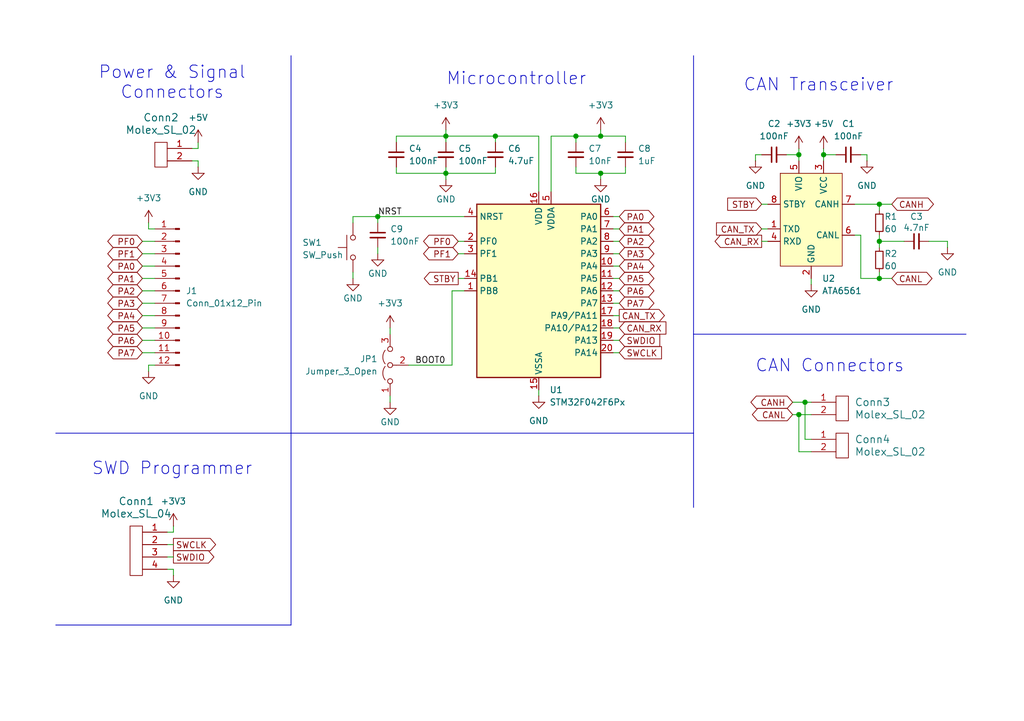
<source format=kicad_sch>
(kicad_sch (version 20231120) (generator "eeschema") (generator_version "8.0")
  (paper "A5")
  (lib_symbols
    (symbol "Connector:Conn_01x12_Pin" (pin_names (offset 1.016) hide)
      (property "Reference" "J" (at 0 15.24 0))
      (property "Value" "Conn_01x12_Pin" (at 0 -17.78 0))
      (symbol "Conn_01x12_Pin_1_1"
        (polyline (pts (xy 1.27 -15.24) (xy 0.8636 -15.24)) (stroke (width 0.1524)))
        (polyline (pts (xy 1.27 -12.7) (xy 0.8636 -12.7)) (stroke (width 0.1524)))
        (polyline (pts (xy 1.27 -10.16) (xy 0.8636 -10.16)) (stroke (width 0.1524)))
        (polyline (pts (xy 1.27 -7.62) (xy 0.8636 -7.62)) (stroke (width 0.1524)))
        (polyline (pts (xy 1.27 -5.08) (xy 0.8636 -5.08)) (stroke (width 0.1524)))
        (polyline (pts (xy 1.27 -2.54) (xy 0.8636 -2.54)) (stroke (width 0.1524)))
        (polyline (pts (xy 1.27 0) (xy 0.8636 0)) (stroke (width 0.1524)))
        (polyline (pts (xy 1.27 2.54) (xy 0.8636 2.54)) (stroke (width 0.1524)))
        (polyline (pts (xy 1.27 5.08) (xy 0.8636 5.08)) (stroke (width 0.1524)))
        (polyline (pts (xy 1.27 7.62) (xy 0.8636 7.62)) (stroke (width 0.1524)))
        (polyline (pts (xy 1.27 10.16) (xy 0.8636 10.16)) (stroke (width 0.1524)))
        (polyline (pts (xy 1.27 12.7) (xy 0.8636 12.7)) (stroke (width 0.1524)))
        (rectangle (start 0.8636 -15.113) (end 0 -15.367) (stroke (width 0.1524)) (fill (type outline)))
        (rectangle (start 0.8636 -12.573) (end 0 -12.827) (stroke (width 0.1524)) (fill (type outline)))
        (rectangle (start 0.8636 -10.033) (end 0 -10.287) (stroke (width 0.1524)) (fill (type outline)))
        (rectangle (start 0.8636 -7.493) (end 0 -7.747) (stroke (width 0.1524)) (fill (type outline)))
        (rectangle (start 0.8636 -4.953) (end 0 -5.207) (stroke (width 0.1524)) (fill (type outline)))
        (rectangle (start 0.8636 -2.413) (end 0 -2.667) (stroke (width 0.1524)) (fill (type outline)))
        (rectangle (start 0.8636 0.127) (end 0 -0.127) (stroke (width 0.1524)) (fill (type outline)))
        (rectangle (start 0.8636 2.667) (end 0 2.413) (stroke (width 0.1524)) (fill (type outline)))
        (rectangle (start 0.8636 5.207) (end 0 4.953) (stroke (width 0.1524)) (fill (type outline)))
        (rectangle (start 0.8636 7.747) (end 0 7.493) (stroke (width 0.1524)) (fill (type outline)))
        (rectangle (start 0.8636 10.287) (end 0 10.033) (stroke (width 0.1524)) (fill (type outline)))
        (rectangle (start 0.8636 12.827) (end 0 12.573) (stroke (width 0.1524)) (fill (type outline)))
        (pin passive line (at 5.08 12.7 180) (length 3.81) (name "Pin_1") (number "1"))
        (pin passive line (at 5.08 -10.16 180) (length 3.81) (name "Pin_10") (number "10"))
        (pin passive line (at 5.08 -12.7 180) (length 3.81) (name "Pin_11") (number "11"))
        (pin passive line (at 5.08 -15.24 180) (length 3.81) (name "Pin_12") (number "12"))
        (pin passive line (at 5.08 10.16 180) (length 3.81) (name "Pin_2") (number "2"))
        (pin passive line (at 5.08 7.62 180) (length 3.81) (name "Pin_3") (number "3"))
        (pin passive line (at 5.08 5.08 180) (length 3.81) (name "Pin_4") (number "4"))
        (pin passive line (at 5.08 2.54 180) (length 3.81) (name "Pin_5") (number "5"))
        (pin passive line (at 5.08 0 180) (length 3.81) (name "Pin_6") (number "6"))
        (pin passive line (at 5.08 -2.54 180) (length 3.81) (name "Pin_7") (number "7"))
        (pin passive line (at 5.08 -5.08 180) (length 3.81) (name "Pin_8") (number "8"))
        (pin passive line (at 5.08 -7.62 180) (length 3.81) (name "Pin_9") (number "9"))
      )
    )
    (symbol "Device:C_Small" (pin_numbers hide) (pin_names (offset 0.254) hide)
      (property "Reference" "C" (at 0.254 1.778 0))
      (property "Value" "C_Small" (at 0.254 -2.032 0))
      (symbol "C_Small_0_1"
        (polyline (pts (xy -1.524 -0.508) (xy 1.524 -0.508)) (stroke (width 0.3302)))
        (polyline (pts (xy -1.524 0.508) (xy 1.524 0.508)) (stroke (width 0.3048)))
      )
      (symbol "C_Small_1_1"
        (pin passive line (at 0 2.54 270) (length 2.032) (name "~") (number "1"))
        (pin passive line (at 0 -2.54 90) (length 2.032) (name "~") (number "2"))
      )
    )
    (symbol "Device:R_Small" (pin_numbers hide) (pin_names (offset 0.254) hide)
      (property "Reference" "R" (at 0.762 0.508 0))
      (property "Value" "R_Small" (at 0.762 -1.016 0))
      (symbol "R_Small_0_1"
        (rectangle (start -0.762 1.778) (end 0.762 -1.778) (stroke (width 0.2032)))
      )
      (symbol "R_Small_1_1"
        (pin passive line (at 0 2.54 270) (length 0.762) (name "~") (number "1"))
        (pin passive line (at 0 -2.54 90) (length 0.762) (name "~") (number "2"))
      )
    )
    (symbol "Jumper:Jumper_3_Open" (pin_names (offset 0) hide) (exclude_from_sim yes) (in_bom no)
      (property "Reference" "JP" (at -2.54 -2.54 0))
      (property "Value" "Jumper_3_Open" (at 0 2.794 0))
      (symbol "Jumper_3_Open_0_0"
        (circle (center -3.302 0) (radius 0.508))
        (circle (center 0 0) (radius 0.508))
        (circle (center 3.302 0) (radius 0.508))
      )
      (symbol "Jumper_3_Open_0_1"
        (arc (start -0.254 1.016) (mid -1.651 1.4992) (end -3.048 1.016))
        (polyline (pts (xy 0 -0.508) (xy 0 -1.27)))
        (arc (start 3.048 1.016) (mid 1.651 1.4992) (end 0.254 1.016))
      )
      (symbol "Jumper_3_Open_1_1"
        (pin passive line (at -6.35 0 0) (length 2.54) (name "A") (number "1"))
        (pin passive line (at 0 -3.81 90) (length 2.54) (name "C") (number "2"))
        (pin passive line (at 6.35 0 180) (length 2.54) (name "B") (number "3"))
      )
    )
    (symbol "MCU_ST_STM32F0:STM32F042F6Px"
      (property "Reference" "U" (at -12.7 19.05 0))
      (property "Value" "STM32F042F6Px" (at 5.08 19.05 0))
      (symbol "STM32F042F6Px_0_1"
        (rectangle (start -12.7 -17.78) (end 12.7 17.78) (stroke (width 0.254)) (fill (type background)))
      )
      (symbol "STM32F042F6Px_1_1"
        (pin bidirectional line (at -15.24 0 0) (length 2.54) (name "PB8") (number "1"))
        (pin bidirectional line (at 15.24 5.08 180) (length 2.54) (name "PA4") (number "10"))
        (pin bidirectional line (at 15.24 2.54 180) (length 2.54) (name "PA5") (number "11"))
        (pin bidirectional line (at 15.24 0 180) (length 2.54) (name "PA6") (number "12"))
        (pin bidirectional line (at 15.24 -2.54 180) (length 2.54) (name "PA7") (number "13"))
        (pin bidirectional line (at -15.24 2.54 0) (length 2.54) (name "PB1") (number "14"))
        (pin power_in line (at 0 -20.32 90) (length 2.54) (name "VSSA") (number "15"))
        (pin power_in line (at 0 20.32 270) (length 2.54) (name "VDD") (number "16"))
        (pin bidirectional line (at 15.24 -5.08 180) (length 2.54) (name "PA9/PA11") (number "17"))
        (pin bidirectional line (at 15.24 -7.62 180) (length 2.54) (name "PA10/PA12") (number "18"))
        (pin bidirectional line (at 15.24 -10.16 180) (length 2.54) (name "PA13") (number "19"))
        (pin bidirectional line (at -15.24 10.16 0) (length 2.54) (name "PF0") (number "2"))
        (pin bidirectional line (at 15.24 -12.7 180) (length 2.54) (name "PA14") (number "20"))
        (pin bidirectional line (at -15.24 7.62 0) (length 2.54) (name "PF1") (number "3"))
        (pin input line (at -15.24 15.24 0) (length 2.54) (name "NRST") (number "4"))
        (pin power_in line (at 2.54 20.32 270) (length 2.54) (name "VDDA") (number "5"))
        (pin bidirectional line (at 15.24 15.24 180) (length 2.54) (name "PA0") (number "6"))
        (pin bidirectional line (at 15.24 12.7 180) (length 2.54) (name "PA1") (number "7"))
        (pin bidirectional line (at 15.24 10.16 180) (length 2.54) (name "PA2") (number "8"))
        (pin bidirectional line (at 15.24 7.62 180) (length 2.54) (name "PA3") (number "9"))
      )
    )
    (symbol "MRDT_Connectors:Molex_SL_02" (pin_names (offset 1.016))
      (property "Reference" "Conn" (at 3.81 -1.27 0))
      (property "Value" "Molex_SL_02" (at 1.27 6.35 0))
      (symbol "Molex_SL_02_0_1"
        (rectangle (start 0 5.08) (end 2.54 0))
      )
      (symbol "Molex_SL_02_1_1"
        (pin input line (at -5.08 3.81 0) (length 5.08) (name "~") (number "1"))
        (pin input line (at -5.08 1.27 0) (length 5.08) (name "~") (number "2"))
      )
    )
    (symbol "MRDT_Connectors:Molex_SL_04" (pin_names (offset 1.016))
      (property "Reference" "Conn" (at 3.81 -1.27 0))
      (property "Value" "Molex_SL_04" (at 1.27 11.43 0))
      (symbol "Molex_SL_04_0_1"
        (rectangle (start 0 10.16) (end 2.54 0))
      )
      (symbol "Molex_SL_04_1_1"
        (pin input line (at -5.08 8.89 0) (length 5.08) (name "~") (number "1"))
        (pin input line (at -5.08 6.35 0) (length 5.08) (name "~") (number "2"))
        (pin input line (at -5.08 3.81 0) (length 5.08) (name "~") (number "3"))
        (pin input line (at -5.08 1.27 0) (length 5.08) (name "~") (number "4"))
      )
    )
    (symbol "MRDT_Devices:ATA6561"
      (property "Reference" "U" (at 6.096 -10.16 0))
      (property "Value" "ATA6561" (at 6.35 -12.446 0))
      (symbol "ATA6561_1_1"
        (rectangle (start -6.35 10.16) (end 6.35 -8.89) (fill (type background)))
        (pin input line (at -8.89 -1.27 0) (length 2.54) (name "TXD") (number "1"))
        (pin power_in line (at 0 -11.43 90) (length 2.54) (name "GND") (number "2"))
        (pin power_in line (at 2.54 12.7 270) (length 2.54) (name "VCC") (number "3"))
        (pin output line (at -8.89 -3.81 0) (length 2.54) (name "RXD") (number "4"))
        (pin power_in line (at -2.54 12.7 270) (length 2.54) (name "VIO") (number "5"))
        (pin bidirectional line (at 8.89 -2.54 180) (length 2.54) (name "CANL") (number "6"))
        (pin bidirectional line (at 8.89 3.81 180) (length 2.54) (name "CANH") (number "7"))
        (pin input line (at -8.89 3.81 0) (length 2.54) (name "STBY") (number "8"))
      )
    )
    (symbol "Switch:SW_Push" (pin_numbers hide) (pin_names (offset 1.016) hide)
      (property "Reference" "SW" (at 1.27 2.54 0))
      (property "Value" "SW_Push" (at 0 -1.524 0))
      (symbol "SW_Push_0_1"
        (circle (center -2.032 0) (radius 0.508))
        (polyline (pts (xy 0 1.27) (xy 0 3.048)))
        (polyline (pts (xy 2.54 1.27) (xy -2.54 1.27)))
        (circle (center 2.032 0) (radius 0.508))
        (pin passive line (at -5.08 0 0) (length 2.54) (name "1") (number "1"))
        (pin passive line (at 5.08 0 180) (length 2.54) (name "2") (number "2"))
      )
    )
    (symbol "power:+3V3" (power) (pin_numbers hide) (pin_names (offset 0) hide)
      (property "Value" "+3V3" (at 0 3.556 0))
      (symbol "+3V3_0_1"
        (polyline (pts (xy -0.762 1.27) (xy 0 2.54)))
        (polyline (pts (xy 0 0) (xy 0 2.54)))
        (polyline (pts (xy 0 2.54) (xy 0.762 1.27)))
      )
      (symbol "+3V3_1_1"
        (pin power_in line (at 0 0 90) (length 0) (name "~") (number "1"))
      )
    )
    (symbol "power:+5V" (power) (pin_numbers hide) (pin_names (offset 0) hide)
      (property "Value" "+5V" (at 0 3.556 0))
      (symbol "+5V_0_1"
        (polyline (pts (xy -0.762 1.27) (xy 0 2.54)))
        (polyline (pts (xy 0 0) (xy 0 2.54)))
        (polyline (pts (xy 0 2.54) (xy 0.762 1.27)))
      )
      (symbol "+5V_1_1"
        (pin power_in line (at 0 0 90) (length 0) (name "~") (number "1"))
      )
    )
    (symbol "power:GND" (power) (pin_numbers hide) (pin_names (offset 0) hide)
      (property "Value" "GND" (at 0 -3.81 0))
      (symbol "GND_0_1"
        (polyline (pts (xy 0 0) (xy 0 -1.27) (xy 1.27 -1.27) (xy 0 -2.54) (xy -1.27 -1.27) (xy 0 -1.27)))
      )
      (symbol "GND_1_1"
        (pin power_in line (at 0 0 270) (length 0) (name "~") (number "1"))
      )
    )
  )
  (junction (at 163.83 31.75))
  (junction (at 123.19 35.56))
  (junction (at 77.47 44.45))
  (junction (at 163.83 85.09))
  (junction (at 118.11 27.94))
  (junction (at 91.44 35.56))
  (junction (at 180.34 57.15))
  (junction (at 180.34 41.91))
  (junction (at 180.34 49.53))
  (junction (at 101.6 27.94))
  (junction (at 168.91 31.75))
  (junction (at 123.19 27.94))
  (junction (at 91.44 27.94))
  (junction (at 165.1 82.55))
  (wire (pts (xy 180.34 55.88) (xy 180.34 57.15)))
  (wire (pts (xy 166.37 90.17) (xy 165.1 90.17)))
  (wire (pts (xy 165.1 82.55) (xy 165.1 90.17)))
  (polyline (pts (xy 59.69 128.27) (xy 59.69 88.9)))
  (wire (pts (xy 80.01 67.31) (xy 80.01 68.58)))
  (wire (pts (xy 29.21 67.31) (xy 31.75 67.31)))
  (wire (pts (xy 93.98 49.53) (xy 95.25 49.53)))
  (wire (pts (xy 125.73 46.99) (xy 127 46.99)))
  (wire (pts (xy 113.03 27.94) (xy 113.03 39.37)))
  (polyline (pts (xy 142.24 88.9) (xy 142.24 104.14)))
  (wire (pts (xy 125.73 69.85) (xy 127 69.85)))
  (wire (pts (xy 110.49 80.01) (xy 110.49 81.28)))
  (wire (pts (xy 128.27 29.21) (xy 128.27 27.94)))
  (wire (pts (xy 176.53 31.75) (xy 177.8 31.75)))
  (wire (pts (xy 30.48 46.99) (xy 31.75 46.99)))
  (wire (pts (xy 110.49 27.94) (xy 101.6 27.94)))
  (wire (pts (xy 163.83 30.48) (xy 163.83 31.75)))
  (polyline (pts (xy 59.69 88.9) (xy 142.24 88.9)))
  (wire (pts (xy 34.29 109.22) (xy 35.56 109.22)))
  (wire (pts (xy 40.64 33.02) (xy 40.64 34.29)))
  (wire (pts (xy 125.73 64.77) (xy 127 64.77)))
  (wire (pts (xy 123.19 26.67) (xy 123.19 27.94)))
  (wire (pts (xy 125.73 57.15) (xy 127 57.15)))
  (wire (pts (xy 34.29 111.76) (xy 35.56 111.76)))
  (wire (pts (xy 101.6 29.21) (xy 101.6 27.94)))
  (wire (pts (xy 29.21 69.85) (xy 31.75 69.85)))
  (wire (pts (xy 162.56 85.09) (xy 163.83 85.09)))
  (wire (pts (xy 40.64 30.48) (xy 40.64 29.21)))
  (wire (pts (xy 156.21 49.53) (xy 157.48 49.53)))
  (wire (pts (xy 93.98 57.15) (xy 95.25 57.15)))
  (wire (pts (xy 176.53 57.15) (xy 176.53 48.26)))
  (wire (pts (xy 29.21 72.39) (xy 31.75 72.39)))
  (wire (pts (xy 123.19 35.56) (xy 123.19 36.83)))
  (polyline (pts (xy 142.24 11.43) (xy 142.24 68.58)))
  (wire (pts (xy 177.8 31.75) (xy 177.8 33.02)))
  (wire (pts (xy 81.28 27.94) (xy 91.44 27.94)))
  (wire (pts (xy 81.28 34.29) (xy 81.28 35.56)))
  (wire (pts (xy 156.21 46.99) (xy 157.48 46.99)))
  (wire (pts (xy 91.44 35.56) (xy 91.44 36.83)))
  (wire (pts (xy 91.44 35.56) (xy 101.6 35.56)))
  (wire (pts (xy 123.19 27.94) (xy 128.27 27.94)))
  (wire (pts (xy 30.48 74.93) (xy 31.75 74.93)))
  (polyline (pts (xy 11.43 88.9) (xy 59.69 88.9)))
  (wire (pts (xy 128.27 34.29) (xy 128.27 35.56)))
  (wire (pts (xy 35.56 116.84) (xy 35.56 118.11)))
  (wire (pts (xy 154.94 31.75) (xy 156.21 31.75)))
  (wire (pts (xy 29.21 52.07) (xy 31.75 52.07)))
  (wire (pts (xy 168.91 31.75) (xy 171.45 31.75)))
  (wire (pts (xy 77.47 44.45) (xy 77.47 45.72)))
  (wire (pts (xy 29.21 49.53) (xy 31.75 49.53)))
  (wire (pts (xy 125.73 54.61) (xy 127 54.61)))
  (wire (pts (xy 83.82 74.93) (xy 92.71 74.93)))
  (wire (pts (xy 72.39 44.45) (xy 77.47 44.45)))
  (wire (pts (xy 176.53 48.26) (xy 175.26 48.26)))
  (polyline (pts (xy 142.24 68.58) (xy 198.12 68.58)))
  (wire (pts (xy 72.39 57.15) (xy 72.39 55.88)))
  (wire (pts (xy 91.44 27.94) (xy 91.44 29.21)))
  (wire (pts (xy 125.73 72.39) (xy 127 72.39)))
  (wire (pts (xy 156.21 41.91) (xy 157.48 41.91)))
  (wire (pts (xy 154.94 33.02) (xy 154.94 31.75)))
  (wire (pts (xy 29.21 64.77) (xy 31.75 64.77)))
  (wire (pts (xy 125.73 52.07) (xy 127 52.07)))
  (wire (pts (xy 30.48 76.2) (xy 30.48 74.93)))
  (wire (pts (xy 125.73 49.53) (xy 127 49.53)))
  (wire (pts (xy 194.31 49.53) (xy 190.5 49.53)))
  (wire (pts (xy 93.98 52.07) (xy 95.25 52.07)))
  (wire (pts (xy 92.71 59.69) (xy 95.25 59.69)))
  (wire (pts (xy 180.34 41.91) (xy 182.88 41.91)))
  (wire (pts (xy 163.83 85.09) (xy 163.83 92.71)))
  (wire (pts (xy 29.21 54.61) (xy 31.75 54.61)))
  (wire (pts (xy 39.37 33.02) (xy 40.64 33.02)))
  (wire (pts (xy 166.37 92.71) (xy 163.83 92.71)))
  (wire (pts (xy 168.91 30.48) (xy 168.91 31.75)))
  (wire (pts (xy 77.47 44.45) (xy 95.25 44.45)))
  (wire (pts (xy 127 44.45) (xy 125.73 44.45)))
  (wire (pts (xy 35.56 109.22) (xy 35.56 107.95)))
  (wire (pts (xy 29.21 62.23) (xy 31.75 62.23)))
  (wire (pts (xy 161.29 31.75) (xy 163.83 31.75)))
  (wire (pts (xy 163.83 31.75) (xy 163.83 33.02)))
  (wire (pts (xy 34.29 116.84) (xy 35.56 116.84)))
  (wire (pts (xy 163.83 85.09) (xy 166.37 85.09)))
  (wire (pts (xy 29.21 57.15) (xy 31.75 57.15)))
  (wire (pts (xy 80.01 82.55) (xy 80.01 81.28)))
  (wire (pts (xy 110.49 39.37) (xy 110.49 27.94)))
  (wire (pts (xy 123.19 27.94) (xy 118.11 27.94)))
  (wire (pts (xy 72.39 45.72) (xy 72.39 44.45)))
  (wire (pts (xy 125.73 59.69) (xy 127 59.69)))
  (wire (pts (xy 194.31 50.8) (xy 194.31 49.53)))
  (wire (pts (xy 166.37 57.15) (xy 166.37 58.42)))
  (wire (pts (xy 123.19 35.56) (xy 118.11 35.56)))
  (wire (pts (xy 81.28 35.56) (xy 91.44 35.56)))
  (wire (pts (xy 125.73 67.31) (xy 127 67.31)))
  (wire (pts (xy 180.34 49.53) (xy 185.42 49.53)))
  (wire (pts (xy 125.73 62.23) (xy 127 62.23)))
  (wire (pts (xy 118.11 34.29) (xy 118.11 35.56)))
  (polyline (pts (xy 142.24 88.9) (xy 142.24 68.58)))
  (wire (pts (xy 91.44 34.29) (xy 91.44 35.56)))
  (wire (pts (xy 180.34 49.53) (xy 180.34 50.8)))
  (wire (pts (xy 162.56 82.55) (xy 165.1 82.55)))
  (wire (pts (xy 39.37 30.48) (xy 40.64 30.48)))
  (wire (pts (xy 91.44 27.94) (xy 101.6 27.94)))
  (wire (pts (xy 180.34 43.18) (xy 180.34 41.91)))
  (wire (pts (xy 30.48 45.72) (xy 30.48 46.99)))
  (wire (pts (xy 77.47 50.8) (xy 77.47 52.07)))
  (wire (pts (xy 91.44 26.67) (xy 91.44 27.94)))
  (wire (pts (xy 34.29 114.3) (xy 35.56 114.3)))
  (polyline (pts (xy 11.43 128.27) (xy 59.69 128.27)))
  (wire (pts (xy 29.21 59.69) (xy 31.75 59.69)))
  (wire (pts (xy 175.26 41.91) (xy 180.34 41.91)))
  (wire (pts (xy 123.19 35.56) (xy 128.27 35.56)))
  (wire (pts (xy 92.71 74.93) (xy 92.71 59.69)))
  (wire (pts (xy 180.34 57.15) (xy 176.53 57.15)))
  (wire (pts (xy 182.88 57.15) (xy 180.34 57.15)))
  (wire (pts (xy 81.28 29.21) (xy 81.28 27.94)))
  (wire (pts (xy 168.91 31.75) (xy 168.91 33.02)))
  (wire (pts (xy 165.1 82.55) (xy 166.37 82.55)))
  (wire (pts (xy 180.34 48.26) (xy 180.34 49.53)))
  (wire (pts (xy 118.11 27.94) (xy 118.11 29.21)))
  (wire (pts (xy 113.03 27.94) (xy 118.11 27.94)))
  (wire (pts (xy 101.6 34.29) (xy 101.6 35.56)))
  (polyline (pts (xy 59.69 11.43) (xy 59.69 88.9)))
  (text "SWD Programmer" (at 35.306 96.266 0) (effects (font (size 2.54 2.54))))
  (text "Microcontroller" (at 105.918 16.256 0) (effects (font (size 2.54 2.54))))
  (text "CAN Connectors" (at 170.18 75.184 0) (effects (font (size 2.54 2.54))))
  (text "CAN Transceiver" (at 167.894 17.526 0) (effects (font (size 2.54 2.54))))
  (text "Power & Signal\nConnectors" (at 35.306 17.018 0) (effects (font (size 2.54 2.54))))
  (label "BOOT0" (at 85.09 74.93 0))
  (label "NRST" (at 77.47 44.45 0))
  (global_label "PA6" (shape bidirectional) (at 127 59.69 0) (property "Intersheetrefs" "${INTERSHEET_REFS}" (effects (hide yes))))
  (global_label "PA2" (shape bidirectional) (at 127 49.53 0) (property "Intersheetrefs" "${INTERSHEET_REFS}" (effects (hide yes))))
  (global_label "CANL" (shape bidirectional) (at 162.56 85.09 180) (property "Intersheetrefs" "${INTERSHEET_REFS}" (effects (hide yes))))
  (global_label "SWDIO" (shape input) (at 127 69.85 0) (property "Intersheetrefs" "${INTERSHEET_REFS}" (effects (hide yes))))
  (global_label "PA7" (shape bidirectional) (at 29.21 72.39 180) (property "Intersheetrefs" "${INTERSHEET_REFS}" (effects (hide yes))))
  (global_label "PA2" (shape bidirectional) (at 29.21 59.69 180) (property "Intersheetrefs" "${INTERSHEET_REFS}" (effects (hide yes))))
  (global_label "PF1" (shape bidirectional) (at 93.98 52.07 180) (property "Intersheetrefs" "${INTERSHEET_REFS}" (effects (hide yes))))
  (global_label "PA5" (shape bidirectional) (at 29.21 67.31 180) (property "Intersheetrefs" "${INTERSHEET_REFS}" (effects (hide yes))))
  (global_label "SWCLK" (shape output) (at 35.56 111.76 0) (property "Intersheetrefs" "${INTERSHEET_REFS}" (effects (hide yes))))
  (global_label "PA4" (shape bidirectional) (at 29.21 64.77 180) (property "Intersheetrefs" "${INTERSHEET_REFS}" (effects (hide yes))))
  (global_label "CAN_RX" (shape output) (at 156.21 49.53 180) (property "Intersheetrefs" "${INTERSHEET_REFS}" (effects (hide yes))))
  (global_label "CAN_TX" (shape input) (at 156.21 46.99 180) (property "Intersheetrefs" "${INTERSHEET_REFS}" (effects (hide yes))))
  (global_label "STBY" (shape input) (at 156.21 41.91 180) (property "Intersheetrefs" "${INTERSHEET_REFS}" (effects (hide yes))))
  (global_label "SWDIO" (shape output) (at 35.56 114.3 0) (property "Intersheetrefs" "${INTERSHEET_REFS}" (effects (hide yes))))
  (global_label "PA0" (shape bidirectional) (at 127 44.45 0) (property "Intersheetrefs" "${INTERSHEET_REFS}" (effects (hide yes))))
  (global_label "SWCLK" (shape input) (at 127 72.39 0) (property "Intersheetrefs" "${INTERSHEET_REFS}" (effects (hide yes))))
  (global_label "PF0" (shape bidirectional) (at 29.21 49.53 180) (property "Intersheetrefs" "${INTERSHEET_REFS}" (effects (hide yes))))
  (global_label "PF0" (shape bidirectional) (at 93.98 49.53 180) (property "Intersheetrefs" "${INTERSHEET_REFS}" (effects (hide yes))))
  (global_label "PA1" (shape bidirectional) (at 29.21 57.15 180) (property "Intersheetrefs" "${INTERSHEET_REFS}" (effects (hide yes))))
  (global_label "PA4" (shape bidirectional) (at 127 54.61 0) (property "Intersheetrefs" "${INTERSHEET_REFS}" (effects (hide yes))))
  (global_label "CAN_TX" (shape output) (at 127 64.77 0) (property "Intersheetrefs" "${INTERSHEET_REFS}" (effects (hide yes))))
  (global_label "CAN_RX" (shape input) (at 127 67.31 0) (property "Intersheetrefs" "${INTERSHEET_REFS}" (effects (hide yes))))
  (global_label "PA1" (shape bidirectional) (at 127 46.99 0) (property "Intersheetrefs" "${INTERSHEET_REFS}" (effects (hide yes))))
  (global_label "CANL" (shape bidirectional) (at 182.88 57.15 0) (property "Intersheetrefs" "${INTERSHEET_REFS}" (effects (hide yes))))
  (global_label "PA0" (shape bidirectional) (at 29.21 54.61 180) (property "Intersheetrefs" "${INTERSHEET_REFS}" (effects (hide yes))))
  (global_label "PA6" (shape bidirectional) (at 29.21 69.85 180) (property "Intersheetrefs" "${INTERSHEET_REFS}" (effects (hide yes))))
  (global_label "PA7" (shape bidirectional) (at 127 62.23 0) (property "Intersheetrefs" "${INTERSHEET_REFS}" (effects (hide yes))))
  (global_label "PA5" (shape bidirectional) (at 127 57.15 0) (property "Intersheetrefs" "${INTERSHEET_REFS}" (effects (hide yes))))
  (global_label "PF1" (shape bidirectional) (at 29.21 52.07 180) (property "Intersheetrefs" "${INTERSHEET_REFS}" (effects (hide yes))))
  (global_label "PA3" (shape bidirectional) (at 127 52.07 0) (property "Intersheetrefs" "${INTERSHEET_REFS}" (effects (hide yes))))
  (global_label "PA3" (shape bidirectional) (at 29.21 62.23 180) (property "Intersheetrefs" "${INTERSHEET_REFS}" (effects (hide yes))))
  (global_label "STBY" (shape output) (at 93.98 57.15 180) (property "Intersheetrefs" "${INTERSHEET_REFS}" (effects (hide yes))))
  (global_label "CANH" (shape bidirectional) (at 182.88 41.91 0) (property "Intersheetrefs" "${INTERSHEET_REFS}" (effects (hide yes))))
  (global_label "CANH" (shape bidirectional) (at 162.56 82.55 180) (property "Intersheetrefs" "${INTERSHEET_REFS}" (effects (hide yes))))
  (symbol (lib_id "power:GND") (at 40.64 34.29 0) (unit 1)
    (property "Reference" "#PWR08" (effects (hide yes)))
    (property "Value" "GND" (at 40.64 39.37 0))
    (property "Description" "Power symbol creates a global label with name \"GND\" , ground" (effects (hide yes)))
  )
  (symbol (lib_id "Device:C_Small") (at 128.27 31.75 0) (unit 1)
    (property "Reference" "C8" (at 130.81 30.4862 0) (effects (justify left)))
    (property "Value" "1uF" (at 130.81 33.0262 0) (effects (justify left)))
    (property "Footprint" "Capacitor_SMD:C_0603_1608Metric_Pad1.08x0.95mm_HandSolder" (effects (hide yes)))
    (property "Description" "Unpolarized capacitor, small symbol" (effects (hide yes)))
  )
  (symbol (lib_id "power:+3V3") (at 30.48 45.72 0) (unit 1)
    (property "Reference" "#PWR019" (effects (hide yes)))
    (property "Value" "+3V3" (at 30.48 40.64 0))
    (property "Description" "Power symbol creates a global label with name \"+3V3\"" (effects (hide yes)))
  )
  (symbol (lib_id "MRDT_Connectors:Molex_SL_02") (at 171.45 86.36 0) (unit 1)
    (property "Reference" "Conn3" (at 175.26 82.5499 0) (effects (font (size 1.524 1.524)) (justify left)))
    (property "Value" "Molex_SL_02" (at 175.26 85.0899 0) (effects (font (size 1.524 1.524)) (justify left)))
    (property "Footprint" "MRDT_Connectors:MOLEX_SL_02_Vertical" (effects (hide yes)))
  )
  (symbol (lib_id "power:GND") (at 30.48 76.2 0) (unit 1)
    (property "Reference" "#PWR017" (effects (hide yes)))
    (property "Value" "GND" (at 30.48 81.28 0))
    (property "Description" "Power symbol creates a global label with name \"GND\" , ground" (effects (hide yes)))
  )
  (symbol (lib_id "Device:C_Small") (at 81.28 31.75 0) (unit 1)
    (property "Reference" "C4" (at 83.82 30.4862 0) (effects (justify left)))
    (property "Value" "100nF" (at 83.82 33.0262 0) (effects (justify left)))
    (property "Footprint" "Capacitor_SMD:C_0603_1608Metric_Pad1.08x0.95mm_HandSolder" (effects (hide yes)))
    (property "Description" "Unpolarized capacitor, small symbol" (effects (hide yes)))
  )
  (symbol (lib_id "power:GND") (at 154.94 33.02 0) (unit 1)
    (property "Reference" "#PWR011" (effects (hide yes)))
    (property "Value" "GND" (at 154.94 38.1 0))
    (property "Description" "Power symbol creates a global label with name \"GND\" , ground" (effects (hide yes)))
  )
  (symbol (lib_id "Device:C_Small") (at 187.96 49.53 90) (unit 1)
    (property "Reference" "C3" (at 187.96 44.45 90))
    (property "Value" "4.7nF" (at 187.96 46.736 90))
    (property "Footprint" "Capacitor_SMD:C_0603_1608Metric_Pad1.08x0.95mm_HandSolder" (effects (hide yes)))
    (property "Description" "Unpolarized capacitor, small symbol" (effects (hide yes)))
  )
  (symbol (lib_id "power:GND") (at 177.8 33.02 0) (unit 1)
    (property "Reference" "#PWR010" (effects (hide yes)))
    (property "Value" "GND" (at 177.8 38.1 0))
    (property "Description" "Power symbol creates a global label with name \"GND\" , ground" (effects (hide yes)))
  )
  (symbol (lib_id "power:GND") (at 194.31 50.8 0) (unit 1)
    (property "Reference" "#PWR012" (effects (hide yes)))
    (property "Value" "GND" (at 194.31 55.88 0))
    (property "Description" "Power symbol creates a global label with name \"GND\" , ground" (effects (hide yes)))
  )
  (symbol (lib_id "Device:R_Small") (at 180.34 45.72 0) (unit 1)
    (property "Reference" "R1" (at 181.356 44.45 0) (effects (justify left)))
    (property "Value" "60" (at 181.356 46.99 0) (effects (justify left)))
    (property "Footprint" "Resistor_SMD:R_0603_1608Metric_Pad0.98x0.95mm_HandSolder" (effects (hide yes)))
    (property "Description" "Resistor, small symbol" (effects (hide yes)))
  )
  (symbol (lib_id "Device:C_Small") (at 91.44 31.75 0) (unit 1)
    (property "Reference" "C5" (at 93.98 30.4862 0) (effects (justify left)))
    (property "Value" "100nF" (at 93.98 33.0262 0) (effects (justify left)))
    (property "Footprint" "Capacitor_SMD:C_0603_1608Metric_Pad1.08x0.95mm_HandSolder" (effects (hide yes)))
    (property "Description" "Unpolarized capacitor, small symbol" (effects (hide yes)))
  )
  (symbol (lib_id "MRDT_Connectors:Molex_SL_04") (at 29.21 118.11 0) (mirror y) (unit 1)
    (property "Reference" "Conn1" (at 27.94 102.87 0) (effects (font (size 1.524 1.524))))
    (property "Value" "Molex_SL_04" (at 27.94 105.41 0) (effects (font (size 1.524 1.524))))
    (property "Footprint" "MRDT_Connectors:MOLEX_SL_04_Vertical" (effects (hide yes)))
  )
  (symbol (lib_id "power:+3V3") (at 123.19 26.67 0) (unit 1)
    (property "Reference" "#PWR014" (effects (hide yes)))
    (property "Value" "+3V3" (at 123.19 21.59 0))
    (property "Description" "Power symbol creates a global label with name \"+3V3\"" (effects (hide yes)))
  )
  (symbol (lib_id "Device:C_Small") (at 158.75 31.75 90) (unit 1)
    (property "Reference" "C2" (at 158.7563 25.4 90))
    (property "Value" "100nF" (at 158.7563 27.94 90))
    (property "Footprint" "Capacitor_SMD:C_0603_1608Metric_Pad1.08x0.95mm_HandSolder" (effects (hide yes)))
    (property "Description" "Unpolarized capacitor, small symbol" (effects (hide yes)))
  )
  (symbol (lib_id "power:GND") (at 166.37 58.42 0) (unit 1)
    (property "Reference" "#PWR09" (effects (hide yes)))
    (property "Value" "GND" (at 166.37 63.5 0))
    (property "Description" "Power symbol creates a global label with name \"GND\" , ground" (effects (hide yes)))
  )
  (symbol (lib_id "power:GND") (at 110.49 81.28 0) (unit 1)
    (property "Reference" "#PWR04" (effects (hide yes)))
    (property "Value" "GND" (at 110.49 86.36 0))
    (property "Description" "Power symbol creates a global label with name \"GND\" , ground" (effects (hide yes)))
  )
  (symbol (lib_id "Switch:SW_Push") (at 72.39 50.8 90) (unit 1)
    (property "Reference" "SW1" (at 61.976 49.784 90) (effects (justify right)))
    (property "Value" "SW_Push" (at 61.976 52.324 90) (effects (justify right)))
    (property "Footprint" "Button_Switch_SMD:SW_SPST_TL3305A" (effects (hide yes)))
    (property "Description" "Push button switch, generic, two pins" (effects (hide yes)))
  )
  (symbol (lib_id "Device:C_Small") (at 173.99 31.75 90) (unit 1)
    (property "Reference" "C1" (at 173.9963 25.4 90))
    (property "Value" "100nF" (at 173.9963 27.94 90))
    (property "Footprint" "Capacitor_SMD:C_0603_1608Metric_Pad1.08x0.95mm_HandSolder" (effects (hide yes)))
    (property "Description" "Unpolarized capacitor, small symbol" (effects (hide yes)))
  )
  (symbol (lib_id "power:+3V3") (at 35.56 107.95 0) (unit 1)
    (property "Reference" "#PWR06" (effects (hide yes)))
    (property "Value" "+3V3" (at 35.56 102.87 0))
    (property "Description" "Power symbol creates a global label with name \"+3V3\"" (effects (hide yes)))
  )
  (symbol (lib_id "MCU_ST_STM32F0:STM32F042F6Px") (at 110.49 59.69 0) (unit 1)
    (property "Reference" "U1" (at 112.6841 80.01 0) (effects (justify left)))
    (property "Value" "STM32F042F6Px" (at 112.6841 82.55 0) (effects (justify left)))
    (property "Footprint" "Package_SO:TSSOP-20_4.4x6.5mm_P0.65mm" (effects (hide yes)))
    (property "Datasheet" "https://www.st.com/resource/en/datasheet/stm32f042f6.pdf" (effects (hide yes)))
    (property "Description" "STMicroelectronics Arm Cortex-M0 MCU, 32KB flash, 6KB RAM, 48 MHz, 2.0-3.6V, 16 GPIO, TSSOP20" (effects (hide yes)))
  )
  (symbol (lib_id "power:GND") (at 72.39 57.15 0) (unit 1)
    (property "Reference" "#PWR018" (effects (hide yes)))
    (property "Value" "GND" (at 72.39 61.214 0))
    (property "Description" "Power symbol creates a global label with name \"GND\" , ground" (effects (hide yes)))
  )
  (symbol (lib_id "MRDT_Devices:ATA6561") (at 166.37 45.72 0) (unit 1)
    (property "Reference" "U2" (at 168.5641 57.15 0) (effects (justify left)))
    (property "Value" "ATA6561" (at 168.5641 59.69 0) (effects (justify left)))
    (property "Footprint" "Package_SO:SOIC-8_3.9x4.9mm_P1.27mm" (effects (hide yes)))
    (property "Datasheet" "https://ww1.microchip.com/downloads/en/DeviceDoc/20005991B.pdf" (effects (hide yes)))
    (property "Description" "CAN Transceiver" (effects (hide yes)))
  )
  (symbol (lib_id "power:+3V3") (at 80.01 67.31 0) (unit 1)
    (property "Reference" "#PWR021" (effects (hide yes)))
    (property "Value" "+3V3" (at 80.01 62.23 0))
    (property "Description" "Power symbol creates a global label with name \"+3V3\"" (effects (hide yes)))
  )
  (symbol (lib_id "Device:C_Small") (at 77.47 48.26 0) (unit 1)
    (property "Reference" "C9" (at 80.01 46.9962 0) (effects (justify left)))
    (property "Value" "100nF" (at 80.01 49.5362 0) (effects (justify left)))
    (property "Footprint" "Capacitor_SMD:C_0603_1608Metric_Pad1.08x0.95mm_HandSolder" (effects (hide yes)))
    (property "Description" "Unpolarized capacitor, small symbol" (effects (hide yes)))
  )
  (symbol (lib_id "power:GND") (at 80.01 82.55 0) (unit 1)
    (property "Reference" "#PWR020" (effects (hide yes)))
    (property "Value" "GND" (at 80.01 86.614 0))
    (property "Description" "Power symbol creates a global label with name \"GND\" , ground" (effects (hide yes)))
  )
  (symbol (lib_id "power:GND") (at 35.56 118.11 0) (unit 1)
    (property "Reference" "#PWR05" (effects (hide yes)))
    (property "Value" "GND" (at 35.56 123.19 0))
    (property "Description" "Power symbol creates a global label with name \"GND\" , ground" (effects (hide yes)))
  )
  (symbol (lib_id "power:GND") (at 77.47 52.07 0) (unit 1)
    (property "Reference" "#PWR016" (effects (hide yes)))
    (property "Value" "GND" (at 77.47 56.134 0))
    (property "Description" "Power symbol creates a global label with name \"GND\" , ground" (effects (hide yes)))
  )
  (symbol (lib_id "Device:C_Small") (at 118.11 31.75 0) (unit 1)
    (property "Reference" "C7" (at 120.65 30.4862 0) (effects (justify left)))
    (property "Value" "10nF" (at 120.65 33.0262 0) (effects (justify left)))
    (property "Footprint" "Capacitor_SMD:C_0603_1608Metric_Pad1.08x0.95mm_HandSolder" (effects (hide yes)))
    (property "Description" "Unpolarized capacitor, small symbol" (effects (hide yes)))
  )
  (symbol (lib_id "power:GND") (at 91.44 36.83 0) (unit 1)
    (property "Reference" "#PWR013" (effects (hide yes)))
    (property "Value" "GND" (at 91.44 40.894 0))
    (property "Description" "Power symbol creates a global label with name \"GND\" , ground" (effects (hide yes)))
  )
  (symbol (lib_id "power:+3V3") (at 163.83 30.48 0) (unit 1)
    (property "Reference" "#PWR01" (effects (hide yes)))
    (property "Value" "+3V3" (at 163.83 25.4 0))
    (property "Description" "Power symbol creates a global label with name \"+3V3\"" (effects (hide yes)))
  )
  (symbol (lib_id "power:+3V3") (at 91.44 26.67 0) (unit 1)
    (property "Reference" "#PWR03" (effects (hide yes)))
    (property "Value" "+3V3" (at 91.44 21.59 0))
    (property "Description" "Power symbol creates a global label with name \"+3V3\"" (effects (hide yes)))
  )
  (symbol (lib_id "Device:R_Small") (at 180.34 53.34 0) (unit 1)
    (property "Reference" "R2" (at 181.356 52.07 0) (effects (justify left)))
    (property "Value" "60" (at 181.356 54.61 0) (effects (justify left)))
    (property "Footprint" "Resistor_SMD:R_0603_1608Metric_Pad0.98x0.95mm_HandSolder" (effects (hide yes)))
    (property "Description" "Resistor, small symbol" (effects (hide yes)))
  )
  (symbol (lib_id "Jumper:Jumper_3_Open") (at 80.01 74.93 90) (unit 1) (exclude_from_sim yes) (in_bom no)
    (property "Reference" "JP1" (at 77.47 73.6599 90) (effects (justify left)))
    (property "Value" "Jumper_3_Open" (at 77.47 76.1999 90) (effects (justify left)))
    (property "Footprint" "Connector_PinHeader_1.00mm:PinHeader_1x03_P1.00mm_Vertical" (effects (hide yes)))
    (property "Description" "Jumper, 3-pole, both open" (effects (hide yes)))
  )
  (symbol (lib_id "power:+5V") (at 40.64 29.21 0) (unit 1)
    (property "Reference" "#PWR07" (effects (hide yes)))
    (property "Value" "+5V" (at 40.64 24.13 0))
    (property "Description" "Power symbol creates a global label with name \"+5V\"" (effects (hide yes)))
  )
  (symbol (lib_id "Connector:Conn_01x12_Pin") (at 36.83 59.69 0) (mirror y) (unit 1)
    (property "Reference" "J1" (at 38.1 59.6899 0) (effects (justify right)))
    (property "Value" "Conn_01x12_Pin" (at 38.1 62.2299 0) (effects (justify right)))
    (property "Footprint" "Connector_PinHeader_1.00mm:PinHeader_1x12_P1.00mm_Vertical" (effects (hide yes)))
    (property "Description" "Generic connector, single row, 01x12, script generated" (effects (hide yes)))
  )
  (symbol (lib_id "MRDT_Connectors:Molex_SL_02") (at 171.45 93.98 0) (unit 1)
    (property "Reference" "Conn4" (at 175.26 90.1699 0) (effects (font (size 1.524 1.524)) (justify left)))
    (property "Value" "Molex_SL_02" (at 175.26 92.7099 0) (effects (font (size 1.524 1.524)) (justify left)))
    (property "Footprint" "MRDT_Connectors:MOLEX_SL_02_Vertical" (effects (hide yes)))
  )
  (symbol (lib_id "Device:C_Small") (at 101.6 31.75 0) (unit 1)
    (property "Reference" "C6" (at 104.14 30.4862 0) (effects (justify left)))
    (property "Value" "4.7uF" (at 104.14 33.0262 0) (effects (justify left)))
    (property "Footprint" "Capacitor_SMD:C_0603_1608Metric_Pad1.08x0.95mm_HandSolder" (effects (hide yes)))
    (property "Description" "Unpolarized capacitor, small symbol" (effects (hide yes)))
  )
  (symbol (lib_id "MRDT_Connectors:Molex_SL_02") (at 34.29 34.29 0) (mirror y) (unit 1)
    (property "Reference" "Conn2" (at 33.02 24.13 0) (effects (font (size 1.524 1.524))))
    (property "Value" "Molex_SL_02" (at 33.02 26.67 0) (effects (font (size 1.524 1.524))))
    (property "Footprint" "MRDT_Connectors:MOLEX_SL_02_Vertical" (effects (hide yes)))
  )
  (symbol (lib_id "power:+5V") (at 168.91 30.48 0) (unit 1)
    (property "Reference" "#PWR02" (effects (hide yes)))
    (property "Value" "+5V" (at 168.91 25.4 0))
    (property "Description" "Power symbol creates a global label with name \"+5V\"" (effects (hide yes)))
  )
  (symbol (lib_id "power:GND") (at 123.19 36.83 0) (unit 1)
    (property "Reference" "#PWR015" (effects (hide yes)))
    (property "Value" "GND" (at 123.19 40.894 0))
    (property "Description" "Power symbol creates a global label with name \"GND\" , ground" (effects (hide yes)))
  )
)
</source>
